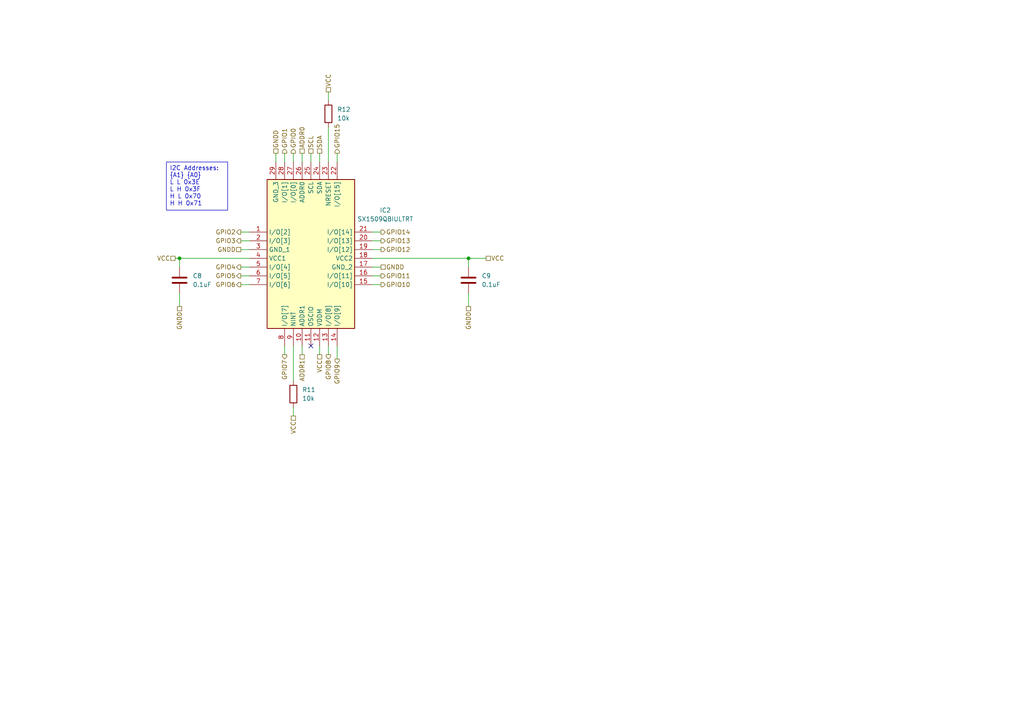
<source format=kicad_sch>
(kicad_sch (version 20231120) (generator "eeschema") (generator_version "8.0")
  (paper "A4")
  (title_block (date "2024-04-21") (rev "1"))
  (lib_symbols
    (symbol "Device:C" (pin_numbers hide) (pin_names (offset 0.254))
      (property "Reference" "C" (at 0.635 2.54 0))
      (property "Value" "C" (at 0.635 -2.54 0))
      (symbol "C_0_1"
        (polyline (pts (xy -2.032 -0.762) (xy 2.032 -0.762)) (stroke (width 0.508)))
        (polyline (pts (xy -2.032 0.762) (xy 2.032 0.762)) (stroke (width 0.508)))
      )
      (symbol "C_1_1"
        (pin passive line (at 0 3.81 270) (length 2.794) (name "~") (number "1"))
        (pin passive line (at 0 -3.81 90) (length 2.794) (name "~") (number "2"))
      )
    )
    (symbol "Device:R" (pin_numbers hide) (pin_names (offset 0))
      (property "Reference" "R" (at 2.032 0 90))
      (property "Value" "R" (at 0 0 90))
      (symbol "R_0_1"
        (rectangle (start -1.016 -2.54) (end 1.016 2.54) (stroke (width 0.254)))
      )
      (symbol "R_1_1"
        (pin passive line (at 0 3.81 270) (length 1.27) (name "~") (number "1"))
        (pin passive line (at 0 -3.81 90) (length 1.27) (name "~") (number "2"))
      )
    )
    (symbol "SX1509QBIULTRT:SX1509QBIULTRT"
      (property "Reference" "IC" (at 31.75 20.32 0))
      (property "Value" "SX1509QBIULTRT" (at 31.75 17.78 0))
      (symbol "SX1509QBIULTRT_1_1"
        (rectangle (start 5.08 15.24) (end 30.48 -27.94) (stroke (width 0.254)) (fill (type background)))
        (pin passive line (at 0 0 0) (length 5.08) (name "I/O[2]") (number "1"))
        (pin passive line (at 15.24 -33.02 90) (length 5.08) (name "ADDR1") (number "10"))
        (pin passive line (at 17.78 -33.02 90) (length 5.08) (name "OSCIO") (number "11"))
        (pin passive line (at 20.32 -33.02 90) (length 5.08) (name "VDDM") (number "12"))
        (pin passive line (at 22.86 -33.02 90) (length 5.08) (name "I/O[8]") (number "13"))
        (pin passive line (at 25.4 -33.02 90) (length 5.08) (name "I/O[9]") (number "14"))
        (pin passive line (at 35.56 -15.24 180) (length 5.08) (name "I/O[10]") (number "15"))
        (pin passive line (at 35.56 -12.7 180) (length 5.08) (name "I/O[11]") (number "16"))
        (pin passive line (at 35.56 -10.16 180) (length 5.08) (name "GND_2") (number "17"))
        (pin passive line (at 35.56 -7.62 180) (length 5.08) (name "VCC2") (number "18"))
        (pin passive line (at 35.56 -5.08 180) (length 5.08) (name "I/O[12]") (number "19"))
        (pin passive line (at 0 -2.54 0) (length 5.08) (name "I/O[3]") (number "2"))
        (pin passive line (at 35.56 -2.54 180) (length 5.08) (name "I/O[13]") (number "20"))
        (pin passive line (at 35.56 0 180) (length 5.08) (name "I/O[14]") (number "21"))
        (pin passive line (at 25.4 20.32 270) (length 5.08) (name "I/O[15]") (number "22"))
        (pin passive line (at 22.86 20.32 270) (length 5.08) (name "NRESET") (number "23"))
        (pin passive line (at 20.32 20.32 270) (length 5.08) (name "SDA") (number "24"))
        (pin passive line (at 17.78 20.32 270) (length 5.08) (name "SCL") (number "25"))
        (pin passive line (at 15.24 20.32 270) (length 5.08) (name "ADDR0") (number "26"))
        (pin passive line (at 12.7 20.32 270) (length 5.08) (name "I/O[0]") (number "27"))
        (pin passive line (at 10.16 20.32 270) (length 5.08) (name "I/O[1]") (number "28"))
        (pin passive line (at 7.62 20.32 270) (length 5.08) (name "GND_3") (number "29"))
        (pin passive line (at 0 -5.08 0) (length 5.08) (name "GND_1") (number "3"))
        (pin passive line (at 0 -7.62 0) (length 5.08) (name "VCC1") (number "4"))
        (pin passive line (at 0 -10.16 0) (length 5.08) (name "I/O[4]") (number "5"))
        (pin passive line (at 0 -12.7 0) (length 5.08) (name "I/O[5]") (number "6"))
        (pin passive line (at 0 -15.24 0) (length 5.08) (name "I/O[6]") (number "7"))
        (pin passive line (at 10.16 -33.02 90) (length 5.08) (name "I/O[7]") (number "8"))
        (pin passive line (at 12.7 -33.02 90) (length 5.08) (name "NINT") (number "9"))
      )
    )
  )
  (junction (at 135.89 74.93))
  (junction (at 52.07 74.93))
  (no_connect (at 90.17 100.33))
  (wire (pts (xy 90.17 44.45) (xy 90.17 46.99)))
  (wire (pts (xy 95.25 26.67) (xy 95.25 29.21)))
  (wire (pts (xy 135.89 85.09) (xy 135.89 88.9)))
  (wire (pts (xy 107.95 77.47) (xy 110.49 77.47)))
  (wire (pts (xy 107.95 82.55) (xy 110.49 82.55)))
  (wire (pts (xy 107.95 67.31) (xy 110.49 67.31)))
  (wire (pts (xy 52.07 74.93) (xy 72.39 74.93)))
  (wire (pts (xy 52.07 85.09) (xy 52.07 88.9)))
  (wire (pts (xy 52.07 74.93) (xy 52.07 77.47)))
  (wire (pts (xy 69.85 77.47) (xy 72.39 77.47)))
  (wire (pts (xy 107.95 69.85) (xy 110.49 69.85)))
  (wire (pts (xy 135.89 74.93) (xy 140.97 74.93)))
  (wire (pts (xy 87.63 44.45) (xy 87.63 46.99)))
  (wire (pts (xy 95.25 36.83) (xy 95.25 46.99)))
  (wire (pts (xy 97.79 44.45) (xy 97.79 46.99)))
  (wire (pts (xy 69.85 69.85) (xy 72.39 69.85)))
  (wire (pts (xy 92.71 44.45) (xy 92.71 46.99)))
  (wire (pts (xy 69.85 72.39) (xy 72.39 72.39)))
  (wire (pts (xy 92.71 100.33) (xy 92.71 102.87)))
  (wire (pts (xy 80.01 44.45) (xy 80.01 46.99)))
  (wire (pts (xy 107.95 72.39) (xy 110.49 72.39)))
  (wire (pts (xy 69.85 82.55) (xy 72.39 82.55)))
  (wire (pts (xy 107.95 80.01) (xy 110.49 80.01)))
  (wire (pts (xy 82.55 44.45) (xy 82.55 46.99)))
  (wire (pts (xy 82.55 100.33) (xy 82.55 102.87)))
  (wire (pts (xy 135.89 74.93) (xy 135.89 77.47)))
  (wire (pts (xy 69.85 80.01) (xy 72.39 80.01)))
  (wire (pts (xy 85.09 118.11) (xy 85.09 120.65)))
  (wire (pts (xy 87.63 100.33) (xy 87.63 102.87)))
  (wire (pts (xy 50.8 74.93) (xy 52.07 74.93)))
  (wire (pts (xy 97.79 100.33) (xy 97.79 104.14)))
  (wire (pts (xy 95.25 100.33) (xy 95.25 102.87)))
  (wire (pts (xy 85.09 100.33) (xy 85.09 110.49)))
  (wire (pts (xy 69.85 67.31) (xy 72.39 67.31)))
  (wire (pts (xy 85.09 44.45) (xy 85.09 46.99)))
  (wire (pts (xy 107.95 74.93) (xy 135.89 74.93)))
  (text_box "I2C Addresses: \n{A1} {A0}\nL L 0x3E\nL H 0x3F\nH L 0x70\nH H 0x71" (at 48.26 46.99 0) (size 17.78 13.97) (effects (font (size 1.27 1.27)) (justify left top)))
  (hierarchical_label "GPIO13" (shape output) (at 110.49 69.85 0))
  (hierarchical_label "VCC" (shape passive) (at 50.8 74.93 180))
  (hierarchical_label "GPIO2" (shape output) (at 69.85 67.31 180))
  (hierarchical_label "GNDD" (shape passive) (at 110.49 77.47 0))
  (hierarchical_label "GPIO8" (shape output) (at 95.25 102.87 270))
  (hierarchical_label "GNDD" (shape passive) (at 52.07 88.9 270))
  (hierarchical_label "GPIO12" (shape output) (at 110.49 72.39 0))
  (hierarchical_label "GNDD" (shape passive) (at 69.85 72.39 180))
  (hierarchical_label "VCC" (shape passive) (at 92.71 102.87 270))
  (hierarchical_label "GPIO6" (shape output) (at 69.85 82.55 180))
  (hierarchical_label "GPIO14" (shape output) (at 110.49 67.31 0))
  (hierarchical_label "GNDD" (shape passive) (at 135.89 88.9 270))
  (hierarchical_label "GPIO10" (shape output) (at 110.49 82.55 0))
  (hierarchical_label "SCL" (shape passive) (at 90.17 44.45 90))
  (hierarchical_label "GPIO3" (shape output) (at 69.85 69.85 180))
  (hierarchical_label "GPIO7" (shape output) (at 82.55 102.87 270))
  (hierarchical_label "VCC" (shape passive) (at 95.25 26.67 90))
  (hierarchical_label "GPIO4" (shape output) (at 69.85 77.47 180))
  (hierarchical_label "GPIO15" (shape output) (at 97.79 44.45 90))
  (hierarchical_label "GPIO11" (shape output) (at 110.49 80.01 0))
  (hierarchical_label "ADDR0" (shape passive) (at 87.63 44.45 90))
  (hierarchical_label "GNDD" (shape passive) (at 80.01 44.45 90))
  (hierarchical_label "VCC" (shape passive) (at 85.09 120.65 270))
  (hierarchical_label "GPIO5" (shape output) (at 69.85 80.01 180))
  (hierarchical_label "GPIO0" (shape output) (at 85.09 44.45 90))
  (hierarchical_label "GPIO1" (shape output) (at 82.55 44.45 90))
  (hierarchical_label "VCC" (shape passive) (at 140.97 74.93 0))
  (hierarchical_label "GPIO9" (shape output) (at 97.79 104.14 270))
  (hierarchical_label "SDA" (shape passive) (at 92.71 44.45 90))
  (hierarchical_label "ADDR1" (shape passive) (at 87.63 102.87 270))
  (symbol (lib_id "Device:C") (at 135.89 81.28 0) (unit 1)
    (property "Reference" "C9" (at 139.7 80.0099 0) (effects (justify left)))
    (property "Value" "0.1uF" (at 139.7 82.5499 0) (effects (justify left)))
    (property "Footprint" "Capacitor_SMD:C_0805_2012Metric_Pad1.18x1.45mm_HandSolder" (effects (hide yes)))
    (property "Description" "Capacitor, 0.1uF, 50V, 0805 SMD" (effects (hide yes)))
    (property "Manufacturer_Part_Number" "Capacitor, 0.1uF, 50V, 0805 SMD" (effects (hide yes)))
    (property "LCSC#" "C49678" (effects (hide yes)))
    (instances (project "project" (path "" (reference "C9") (unit 1)) (path "" (reference "C44") (unit 1))))
  )
  (symbol (lib_id "Device:C") (at 52.07 81.28 0) (unit 1)
    (property "Reference" "C8" (at 55.88 80.0099 0) (effects (justify left)))
    (property "Value" "0.1uF" (at 55.88 82.5499 0) (effects (justify left)))
    (property "Footprint" "Capacitor_SMD:C_0805_2012Metric_Pad1.18x1.45mm_HandSolder" (effects (hide yes)))
    (property "Description" "Capacitor, 0.1uF, 50V, 0805 SMD" (effects (hide yes)))
    (property "Manufacturer_Part_Number" "Capacitor, 0.1uF, 50V, 0805 SMD" (effects (hide yes)))
    (property "LCSC#" "C49678" (effects (hide yes)))
    (instances (project "project" (path "" (reference "C8") (unit 1)) (path "" (reference "C43") (unit 1))))
  )
  (symbol (lib_id "Device:R") (at 85.09 114.3 180) (unit 1)
    (property "Reference" "R11" (at 87.63 113.0299 0) (effects (justify right)))
    (property "Value" "10k" (at 87.63 115.5699 0) (effects (justify right)))
    (property "Footprint" "Resistor_SMD:R_1206_3216Metric_Pad1.30x1.75mm_HandSolder" (effects (hide yes)))
    (property "Description" "Resistor, 10.0k, 1206 SMD" (effects (hide yes)))
    (instances (project "project" (path "" (reference "R11") (unit 1)) (path "" (reference "R9") (unit 1))))
  )
  (symbol (lib_id "Device:R") (at 95.25 33.02 180) (unit 1)
    (property "Reference" "R12" (at 97.79 31.7499 0) (effects (justify right)))
    (property "Value" "10k" (at 97.79 34.2899 0) (effects (justify right)))
    (property "Footprint" "Resistor_SMD:R_1206_3216Metric_Pad1.30x1.75mm_HandSolder" (effects (hide yes)))
    (property "Description" "Resistor, 10.0k, 1206 SMD" (effects (hide yes)))
    (instances (project "project" (path "" (reference "R12") (unit 1)) (path "" (reference "R10") (unit 1))))
  )
  (symbol (lib_id "SX1509QBIULTRT:SX1509QBIULTRT") (at 72.39 67.31 0) (unit 1)
    (property "Reference" "IC2" (at 111.76 60.9914 0))
    (property "Value" "SX1509QBIULTRT" (at 111.76 63.5314 0))
    (property "Footprint" "library:QFN40P400X400X60-29N-D" (effects (hide yes)))
    (property "Datasheet" "https://media.digikey.com/pdf/Data%20Sheets/Semtech%20PDFs/SX1508_09QB.pdf" (effects (hide yes)))
    (property "Description" "Voltage Level Shifting GPIO with LED Driver 28-Pin QFN-UT EP T/R" (effects (hide yes)))
    (property "Height" "0.6" (effects (hide yes)))
    (property "Manufacturer_Name" "SEMTECH" (effects (hide yes)))
    (property "Manufacturer_Part_Number" "SX1509QBIULTRT" (effects (hide yes)))
    (property "LCSC#" "C2652294" (effects (hide yes)))
    (property "Mouser Part Number" "947-SX1509QBIULTRT" (effects (hide yes)))
    (property "Mouser Price/Stock" "https://www.mouser.co.uk/ProductDetail/Semtech/SX1509QBIULTRT?qs=rBWM4%252BvDhIf3%2FilU3NIYqw%3D%3D" (effects (hide yes)))
    (property "Arrow Part Number" "SX1509QBIULTRT" (effects (hide yes)))
    (property "Arrow Price/Stock" "https://www.arrow.com/en/products/sx1509qbiultrt/semtech?region=nac" (effects (hide yes)))
    (instances (project "project" (path "" (reference "IC2") (unit 1)) (path "" (reference "IC19") (unit 1))))
  )
)
</source>
